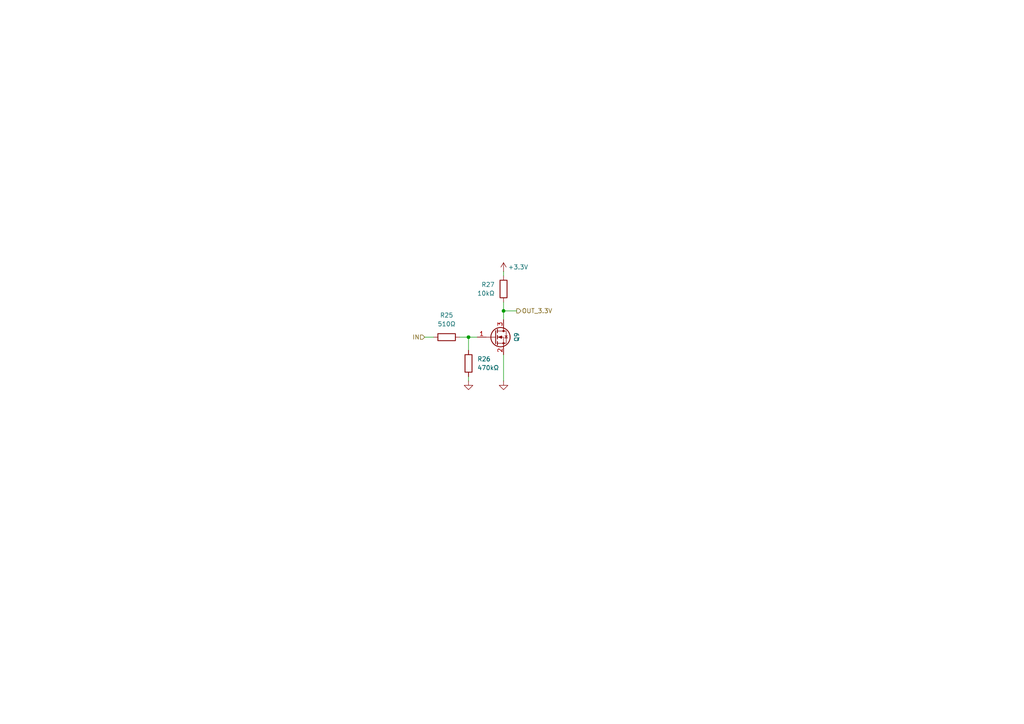
<source format=kicad_sch>
(kicad_sch (version 20250114) (generator "eeschema") (generator_version "9.0")
  (paper "A4")
  (lib_symbols
    (symbol "Device:R" (pin_numbers (hide yes)) (pin_names (offset 0))
      (property "Reference" "R" (at 2.032 0 90))
      (property "Value" "R" (at 0 0 90))
      (symbol "R_0_1"
        (rectangle (start -1.016 -2.54) (end 1.016 2.54) (stroke (width 0.254)))
      )
      (symbol "R_1_1"
        (pin passive line (at 0 3.81 270) (length 1.27) (name "~") (number "1"))
        (pin passive line (at 0 -3.81 90) (length 1.27) (name "~") (number "2"))
      )
    )
    (symbol "Transistor_FET:2N7002" (pin_names (offset 0) (hide yes))
      (property "Reference" "Q" (at 5.08 1.905 0))
      (property "Value" "2N7002" (at 5.08 0 0))
      (symbol "2N7002_0_1"
        (polyline (pts (xy 0.254 1.905) (xy 0.254 -1.905)) (stroke (width 0.254)))
        (polyline (pts (xy 0.254 0) (xy -2.54 0)))
        (polyline (pts (xy 0.762 2.286) (xy 0.762 1.27)) (stroke (width 0.254)))
        (polyline (pts (xy 0.762 0.508) (xy 0.762 -0.508)) (stroke (width 0.254)))
        (polyline (pts (xy 0.762 -1.27) (xy 0.762 -2.286)) (stroke (width 0.254)))
        (polyline (pts (xy 0.762 -1.778) (xy 3.302 -1.778) (xy 3.302 1.778) (xy 0.762 1.778)))
        (polyline (pts (xy 1.016 0) (xy 2.032 0.381) (xy 2.032 -0.381) (xy 1.016 0)) (fill (type outline)))
        (circle (center 1.651 0) (radius 2.794) (stroke (width 0.254)))
        (polyline (pts (xy 2.54 2.54) (xy 2.54 1.778)))
        (circle (center 2.54 1.778) (radius 0.254) (fill (type outline)))
        (circle (center 2.54 -1.778) (radius 0.254) (fill (type outline)))
        (polyline (pts (xy 2.54 -2.54) (xy 2.54 0) (xy 0.762 0)))
        (polyline (pts (xy 2.921 0.381) (xy 3.683 0.381)))
        (polyline (pts (xy 3.302 0.381) (xy 2.921 -0.254) (xy 3.683 -0.254) (xy 3.302 0.381)))
      )
      (symbol "2N7002_1_1"
        (pin input line (at -5.08 0 0) (length 2.54) (name "G") (number "1"))
        (pin passive line (at 2.54 5.08 270) (length 2.54) (name "D") (number "3"))
        (pin passive line (at 2.54 -5.08 90) (length 2.54) (name "S") (number "2"))
      )
    )
    (symbol "power:+3.3V" (power) (pin_numbers (hide yes)) (pin_names (offset 0) (hide yes))
      (property "Value" "+3.3V" (at 0 3.556 0))
      (symbol "+3.3V_0_1"
        (polyline (pts (xy -0.762 1.27) (xy 0 2.54)))
        (polyline (pts (xy 0 2.54) (xy 0.762 1.27)))
        (polyline (pts (xy 0 0) (xy 0 2.54)))
      )
      (symbol "+3.3V_1_1"
        (pin power_in line (at 0 0 90) (length 0) (name "~") (number "1"))
      )
    )
    (symbol "power:GND" (power) (pin_numbers (hide yes)) (pin_names (offset 0) (hide yes))
      (property "Value" "GND" (at 0 -3.81 0))
      (symbol "GND_0_1"
        (polyline (pts (xy 0 0) (xy 0 -1.27) (xy 1.27 -1.27) (xy 0 -2.54) (xy -1.27 -1.27) (xy 0 -1.27)))
      )
      (symbol "GND_1_1"
        (pin power_in line (at 0 0 270) (length 0) (name "~") (number "1"))
      )
    )
  )
  (junction (at 135.89 97.79))
  (junction (at 146.05 90.17))
  (wire (pts (xy 146.05 78.74) (xy 146.05 80.01)))
  (wire (pts (xy 133.35 97.79) (xy 135.89 97.79)))
  (wire (pts (xy 135.89 97.79) (xy 135.89 101.6)))
  (wire (pts (xy 135.89 97.79) (xy 138.43 97.79)))
  (wire (pts (xy 146.05 90.17) (xy 146.05 92.71)))
  (wire (pts (xy 146.05 90.17) (xy 149.86 90.17)))
  (wire (pts (xy 135.89 109.22) (xy 135.89 110.49)))
  (wire (pts (xy 146.05 102.87) (xy 146.05 110.49)))
  (wire (pts (xy 146.05 87.63) (xy 146.05 90.17)))
  (wire (pts (xy 123.19 97.79) (xy 125.73 97.79)))
  (hierarchical_label "OUT_3.3V" (shape output) (at 149.86 90.17 0))
  (hierarchical_label "IN" (shape input) (at 123.19 97.79 180))
  (symbol (lib_id "power:GND") (at 135.89 110.49 0) (unit 1)
    (property "Reference" "#PWR046" (effects (hide yes)))
    (property "Value" "GND" (effects (hide yes)))
    (instances (project "apple_peeler_pcb" (path "" (reference "#PWR049") (unit 1)) (path "" (reference "#PWR046") (unit 1)) (path "" (reference "#PWR0107") (unit 1))))
  )
  (symbol (lib_id "Device:R") (at 129.54 97.79 90) (unit 1)
    (property "Reference" "R22" (at 129.54 91.44 90))
    (property "Value" "510Ω" (at 129.54 93.98 90))
    (property "Footprint" "Resistor_SMD:R_0805_2012Metric" (effects (hide yes)))
    (property "Description" "Resistor" (effects (hide yes)))
    (property "MPN" "R 510Ω 125mW 0805" (effects (hide yes)))
    (property "LCSC" "C17734" (effects (hide yes)))
    (instances (project "apple_peeler_pcb" (path "" (reference "R25") (unit 1)) (path "" (reference "R22") (unit 1)) (path "" (reference "R44") (unit 1))))
  )
  (symbol (lib_id "Device:R") (at 146.05 83.82 0) (mirror y) (unit 1)
    (property "Reference" "R24" (at 143.51 82.5499 0) (effects (justify left)))
    (property "Value" "10kΩ" (at 143.51 85.0899 0) (effects (justify left)))
    (property "Footprint" "Resistor_SMD:R_0805_2012Metric" (effects (hide yes)))
    (property "Description" "Resistor" (effects (hide yes)))
    (property "MPN" "R 10kΩ 125mW 0805" (effects (hide yes)))
    (property "LCSC" "C17414" (effects (hide yes)))
    (instances (project "apple_peeler_pcb" (path "" (reference "R27") (unit 1)) (path "" (reference "R24") (unit 1)) (path "" (reference "R46") (unit 1))))
  )
  (symbol (lib_id "power:GND") (at 146.05 110.49 0) (unit 1)
    (property "Reference" "#PWR048" (effects (hide yes)))
    (property "Value" "GND" (effects (hide yes)))
    (instances (project "apple_peeler_pcb" (path "" (reference "#PWR051") (unit 1)) (path "" (reference "#PWR048") (unit 1)) (path "" (reference "#PWR0109") (unit 1))))
  )
  (symbol (lib_id "Device:R") (at 135.89 105.41 0) (unit 1)
    (property "Reference" "R23" (at 138.43 104.1399 0) (effects (justify left)))
    (property "Value" "470kΩ" (at 138.43 106.6799 0) (effects (justify left)))
    (property "Footprint" "Resistor_SMD:R_0805_2012Metric" (effects (hide yes)))
    (property "Description" "Resistor" (effects (hide yes)))
    (property "MPN" "R 470kΩ 125mW 0805" (effects (hide yes)))
    (property "LCSC" "C17709" (effects (hide yes)))
    (instances (project "apple_peeler_pcb" (path "" (reference "R26") (unit 1)) (path "" (reference "R23") (unit 1)) (path "" (reference "R45") (unit 1))))
  )
  (symbol (lib_id "Transistor_FET:2N7002") (at 143.51 97.79 0) (unit 1)
    (property "Reference" "Q8" (at 149.86 97.79 90))
    (property "Value" "2N7002" (effects (hide yes)))
    (property "Footprint" "Package_TO_SOT_SMD:SOT-23" (effects (hide yes)))
    (property "Datasheet" "https://www.onsemi.com/pub/Collateral/NDS7002A-D.PDF" (effects (hide yes)))
    (property "Description" "0.115A Id, 60V Vds, N-Channel MOSFET, SOT-23" (effects (hide yes)))
    (property "MPN" "2N7002" (effects (hide yes)))
    (property "LCSC" "C8545" (effects (hide yes)))
    (instances (project "apple_peeler_pcb" (path "" (reference "Q9") (unit 1)) (path "" (reference "Q8") (unit 1)) (path "" (reference "Q12") (unit 1))))
  )
  (symbol (lib_id "power:+3.3V") (at 146.05 78.74 0) (unit 1)
    (property "Reference" "#PWR047" (effects (hide yes)))
    (property "Value" "+3.3V" (at 147.32 77.47 0) (effects (justify left)))
    (property "Description" "Power symbol creates a global label with name \"+3.3V\"" (effects (hide yes)))
    (instances (project "apple_peeler_pcb" (path "" (reference "#PWR050") (unit 1)) (path "" (reference "#PWR047") (unit 1)) (path "" (reference "#PWR0108") (unit 1))))
  )
)
</source>
